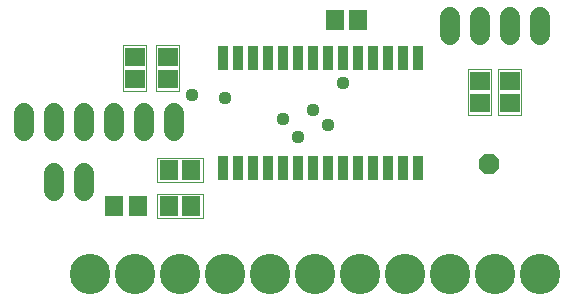
<source format=gts>
G75*
%MOIN*%
%OFA0B0*%
%FSLAX24Y24*%
%IPPOS*%
%LPD*%
%AMOC8*
5,1,8,0,0,1.08239X$1,22.5*
%
%ADD10C,0.1350*%
%ADD11R,0.0336X0.0808*%
%ADD12C,0.0680*%
%ADD13C,0.0020*%
%ADD14R,0.0592X0.0671*%
%ADD15R,0.0592X0.0710*%
%ADD16R,0.0671X0.0592*%
%ADD17OC8,0.0680*%
%ADD18C,0.0437*%
D10*
X003100Y001300D03*
X004600Y001300D03*
X006100Y001300D03*
X007600Y001300D03*
X009100Y001300D03*
X010600Y001300D03*
X012100Y001300D03*
X013600Y001300D03*
X015100Y001300D03*
X016600Y001300D03*
X018100Y001300D03*
D11*
X014050Y004809D03*
X013550Y004809D03*
X013050Y004809D03*
X012550Y004809D03*
X012050Y004809D03*
X011550Y004809D03*
X011050Y004809D03*
X010550Y004809D03*
X010050Y004809D03*
X009550Y004809D03*
X009050Y004809D03*
X008550Y004809D03*
X008050Y004809D03*
X007550Y004809D03*
X007550Y008491D03*
X008050Y008491D03*
X008550Y008491D03*
X009050Y008491D03*
X009550Y008491D03*
X010050Y008491D03*
X010550Y008491D03*
X011050Y008491D03*
X011550Y008491D03*
X012050Y008491D03*
X012550Y008491D03*
X013050Y008491D03*
X013550Y008491D03*
X014050Y008491D03*
D12*
X015100Y009250D02*
X015100Y009850D01*
X016100Y009850D02*
X016100Y009250D01*
X017100Y009250D02*
X017100Y009850D01*
X018100Y009850D02*
X018100Y009250D01*
X005900Y006650D02*
X005900Y006050D01*
X004900Y006050D02*
X004900Y006650D01*
X003900Y006650D02*
X003900Y006050D01*
X002900Y006050D02*
X002900Y006650D01*
X001900Y006650D02*
X001900Y006050D01*
X000900Y006050D02*
X000900Y006650D01*
X001900Y004650D02*
X001900Y004050D01*
X002900Y004050D02*
X002900Y004650D01*
D13*
X005323Y004363D02*
X005323Y005137D01*
X006877Y005137D01*
X006877Y004363D01*
X005323Y004363D01*
X005323Y003937D02*
X005323Y003163D01*
X006877Y003163D01*
X006877Y003937D01*
X005323Y003937D01*
X005313Y007373D02*
X006087Y007373D01*
X006087Y008927D01*
X005313Y008927D01*
X005313Y007373D01*
X004987Y007373D02*
X004213Y007373D01*
X004213Y008927D01*
X004987Y008927D01*
X004987Y007373D01*
X015713Y008127D02*
X015713Y006573D01*
X016487Y006573D01*
X016487Y008127D01*
X015713Y008127D01*
X016713Y008127D02*
X017487Y008127D01*
X017487Y006573D01*
X016713Y006573D01*
X016713Y008127D01*
D14*
X006474Y004750D03*
X005726Y004750D03*
X005726Y003550D03*
X006474Y003550D03*
D15*
X004694Y003550D03*
X003906Y003550D03*
X011256Y009750D03*
X012044Y009750D03*
D16*
X016100Y007724D03*
X017100Y007724D03*
X017100Y006976D03*
X016100Y006976D03*
X005700Y007776D03*
X004600Y007776D03*
X004600Y008524D03*
X005700Y008524D03*
D17*
X016400Y004950D03*
D18*
X011050Y006250D03*
X010550Y006750D03*
X009550Y006450D03*
X010050Y005850D03*
X007600Y007150D03*
X006500Y007250D03*
X011550Y007650D03*
M02*

</source>
